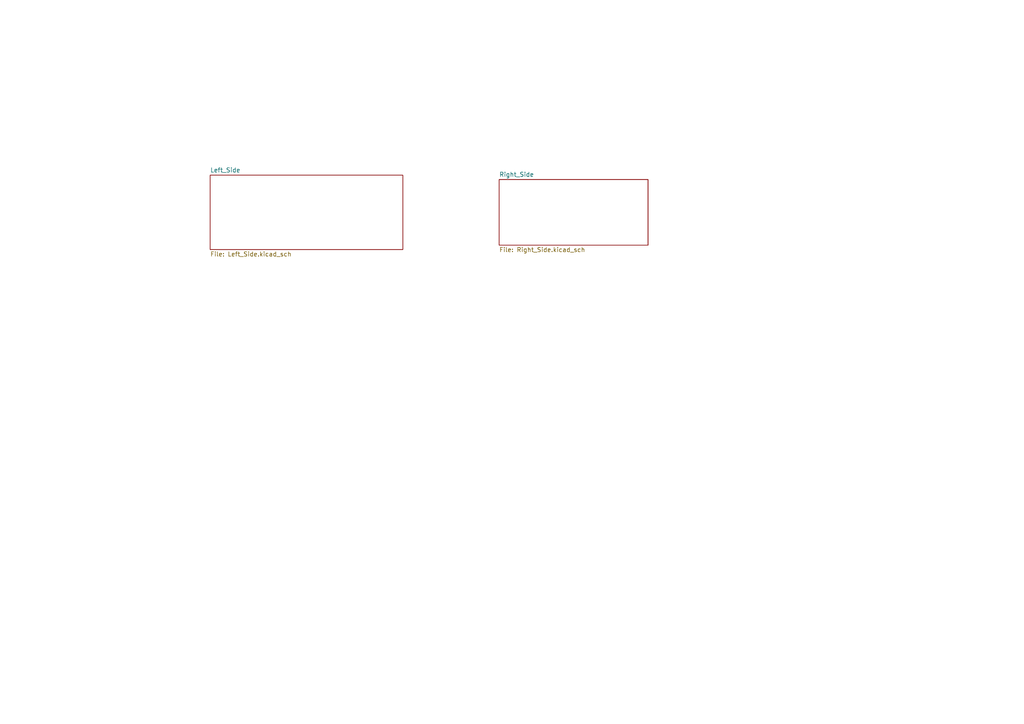
<source format=kicad_sch>
(kicad_sch (version 20230121) (generator eeschema)
  (paper "A4")
  (lib_symbols)
  (sheet (at 144.78 52.07) (size 43.18 19.05) (stroke (width 0.1524))
    (property "Sheetname" "Right_Side" (at 144.78 51.3584 0) (effects (justify left bottom)))
    (property "Sheetfile" "Right_Side.kicad_sch" (at 144.78 71.7046 0) (effects (justify left top)))
  )
  (sheet (at 60.96 50.8) (size 55.88 21.59) (stroke (width 0.1524))
    (property "Sheetname" "Left_Side" (at 60.96 50.0884 0) (effects (justify left bottom)))
    (property "Sheetfile" "Left_Side.kicad_sch" (at 60.96 72.9746 0) (effects (justify left top)))
  )
)
</source>
